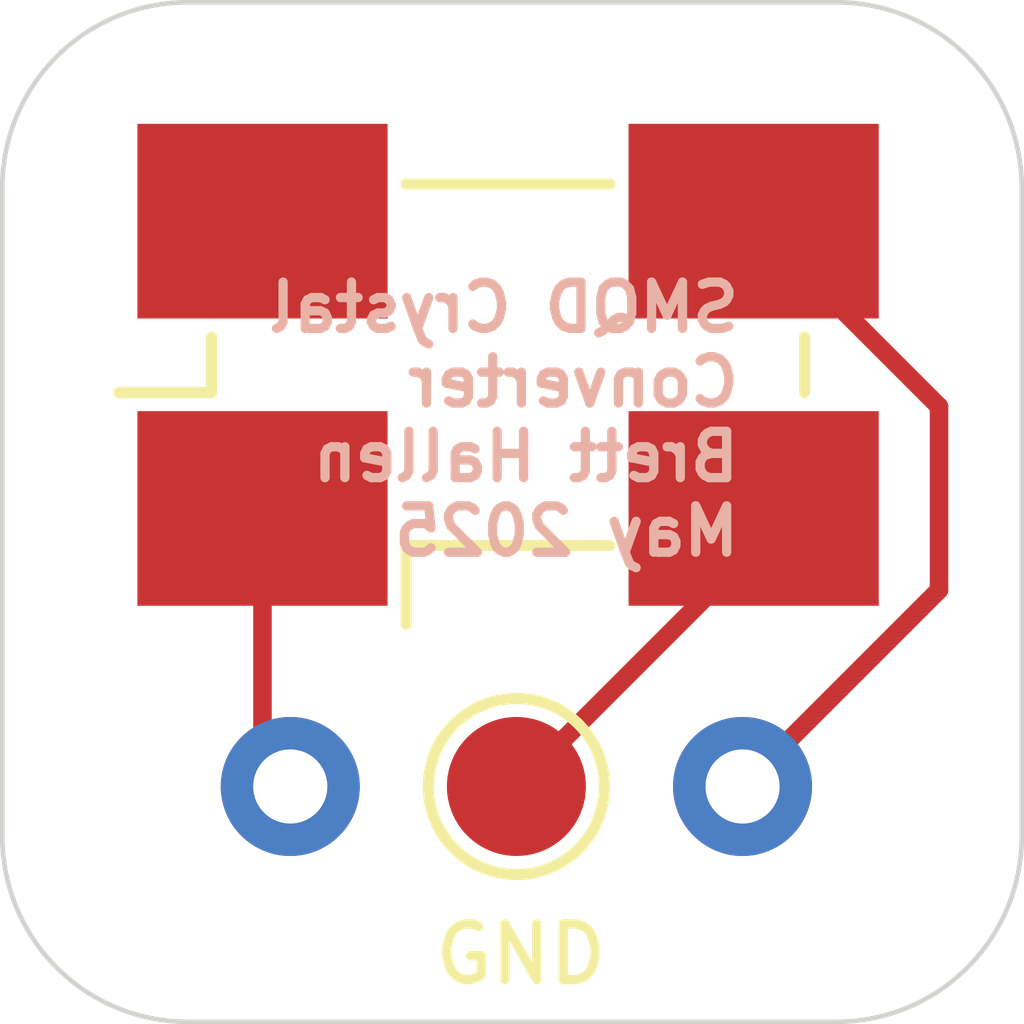
<source format=kicad_pcb>
(kicad_pcb (version 20241229) (generator "pcbnew") (generator_version "9.0")
  (layers (0 "F.Cu" signal) (2 "B.Cu" signal) (13 "F.Paste" user) (15 "B.Paste" user) (5 "F.SilkS" user "F.Silkscreen") (7 "B.SilkS" user "B.Silkscreen") (1 "F.Mask" user) (3 "B.Mask" user) (25 "Edge.Cuts" user))
  (net 0 "")
  (net 1 "XTAL1")
  (net 2 "XTAL2")
  (net 3 "GND")
  (footprint "Crystal:Crystal_SMD_0603-4Pin_6.0x3.5mm_HandSoldering" (layer "F.Cu") (at 85.787145 60.308348)
    (property "Reference" "Y1" (hide yes))
    (property "Value" "Crystal_GND24" (hide yes))
    (fp_line (start -4.2 0.3) (end -3.2 0.3) (stroke (width 0.12)) (layer "F.SilkS"))
    (fp_line (start -3.2 0.3) (end -3.2 -0.3) (stroke (width 0.12)) (layer "F.SilkS"))
    (fp_line (start -1.1 -1.95) (end 1.1 -1.95) (stroke (width 0.12)) (layer "F.SilkS"))
    (fp_line (start -1.1 1.95) (end -1.1 2.8) (stroke (width 0.12)) (layer "F.SilkS"))
    (fp_line (start 1.1 1.95) (end -1.1 1.95) (stroke (width 0.12)) (layer "F.SilkS"))
    (fp_line (start 3.2 -0.3) (end 3.2 0.3) (stroke (width 0.12)) (layer "F.SilkS"))
    (pad "1" smd rect (at -2.65 1.55) (size 2.7 2.1) (layers "F.Cu" "F.Mask" "F.Paste") (net 1 "XTAL1"))
    (pad "2" smd rect (at 2.65 1.55) (size 2.7 2.1) (layers "F.Cu" "F.Mask" "F.Paste") (net 3 "GND"))
    (pad "3" smd rect (at 2.65 -1.55) (size 2.7 2.1) (layers "F.Cu" "F.Mask" "F.Paste") (net 2 "XTAL2"))
    (pad "4" smd rect (at -2.65 -1.55) (size 2.7 2.1) (layers "F.Cu" "F.Mask" "F.Paste") (net 3 "GND"))
  )
  (footprint "Crystal:Crystal_HC49-U_Vertical" (layer "F.Cu") (at 83.437145 64.858348)
    (property "Reference" "J1" (hide yes))
    (property "Value" "XTAL" (hide yes))
    (pad "1" thru_hole circle (at 0 0) (size 1.5 1.5) (drill 0.8) (layers "*.Cu" "*.Mask") (net 1 "XTAL1"))
    (pad "2" thru_hole circle (at 4.88 0) (size 1.5 1.5) (drill 0.8) (layers "*.Cu" "*.Mask") (net 2 "XTAL2"))
  )
  (footprint "TestPoint:TestPoint_Pad_D1.5mm" (layer "F.Cu") (at 85.877145 64.858348)
    (property "Reference" "J2" (hide yes))
    (property "Value" "GND" (hide yes))
    (fp_circle (center 0 0) (end 0 0.95) (stroke (width 0.12)) (fill no) (layer "F.SilkS"))
    (pad "1" smd circle (at 0 0) (size 1.5 1.5) (layers "F.Cu" "F.Mask") (net 3 "GND"))
  )
  (gr_arc (start 89.33 56.397115) (mid 90.744214 56.982901) (end 91.33 58.397115) (stroke (width 0.05)) (layer "Edge.Cuts"))
  (gr_arc (start 80.33 58.397115) (mid 80.915781 56.982892) (end 82.33 56.397115) (stroke (width 0.05)) (layer "Edge.Cuts"))
  (gr_line (start 89.33 67.397115) (end 82.33 67.397115) (stroke (width 0.05)) (layer "Edge.Cuts"))
  (gr_line (start 91.33 58.397115) (end 91.33 65.397115) (stroke (width 0.05)) (layer "Edge.Cuts"))
  (gr_arc (start 82.33 67.397115) (mid 80.915786 66.811329) (end 80.33 65.397115) (stroke (width 0.05)) (layer "Edge.Cuts"))
  (gr_line (start 80.33 65.397115) (end 80.33 58.397115) (stroke (width 0.05)) (layer "Edge.Cuts"))
  (gr_arc (start 91.33 65.397115) (mid 90.744208 66.811319) (end 89.33 67.397115) (stroke (width 0.05)) (layer "Edge.Cuts"))
  (gr_line (start 82.33 56.397115) (end 89.33 56.397115) (stroke (width 0.05)) (layer "Edge.Cuts"))
  (gr_text "GND" (at 84.945119 67.0203 0) (layer "F.SilkS") (effects (font (size 0.6 0.6) (thickness 0.1) (bold yes)) (justify left bottom)))
  (gr_text "SMQD Crystal\nConverter\nBrett Hallen\nMay 2025" (at 88.33 62.397115 0) (layer "B.SilkS") (effects (font (size 0.5 0.5) (thickness 0.1) (bold yes)) (justify left bottom mirror)))
  (segment (start 83.137145 61.858348) (end 83.137145 64.558348) (width 0.2) (layer "F.Cu") (net 1))
  (segment (start 82.98 64.547115) (end 83.28 64.847115) (width 0.2) (layer "F.Cu") (net 1))
  (segment (start 88.437145 58.758348) (end 90.437145 60.758348) (width 0.2) (layer "F.Cu") (net 2))
  (segment (start 90.437145 62.738348) (end 88.317145 64.858348) (width 0.2) (layer "F.Cu") (net 2))
  (segment (start 90.437145 60.758348) (end 90.437145 62.738348) (width 0.2) (layer "F.Cu") (net 2))
  (segment (start 88.437145 62.298348) (end 85.877145 64.858348) (width 0.2) (layer "F.Cu") (net 3))
  (segment (start 88.28 61.847115) (end 88.28 62.287115) (width 0.2) (layer "F.Cu") (net 3))
)
</source>
